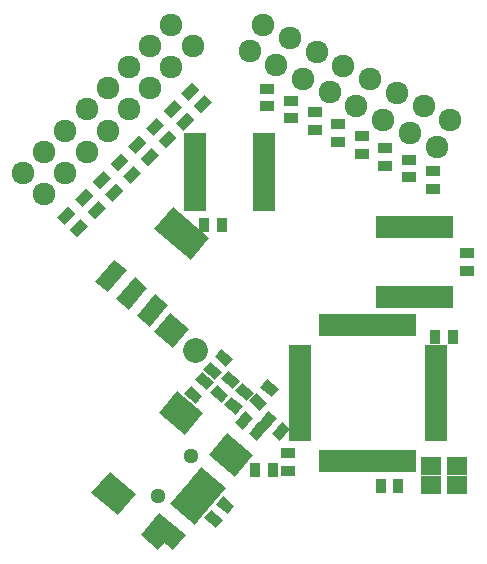
<source format=gts>
G04 #@! TF.FileFunction,Soldermask,Top*
%FSLAX46Y46*%
G04 Gerber Fmt 4.6, Leading zero omitted, Abs format (unit mm)*
G04 Created by KiCad (PCBNEW 4.0.2+dfsg1-stable) date Tue 19 Jul 2016 04:40:27 PM CEST*
%MOMM*%
G01*
G04 APERTURE LIST*
%ADD10C,0.100000*%
%ADD11C,1.299160*%
%ADD12R,1.900000X0.750000*%
%ADD13R,0.750000X1.900000*%
%ADD14C,2.127200*%
%ADD15C,1.924000*%
%ADD16R,1.900000X0.700000*%
%ADD17R,0.700000X1.900000*%
%ADD18R,1.300000X0.900000*%
%ADD19R,1.800000X1.550000*%
%ADD20R,0.900000X1.300000*%
G04 APERTURE END LIST*
D10*
G36*
X838358Y-30437046D02*
X1866818Y-29211375D01*
X4087856Y-31075048D01*
X3059396Y-32300719D01*
X838358Y-30437046D01*
X838358Y-30437046D01*
G37*
G36*
X4846910Y-25968060D02*
X5425663Y-25278329D01*
X7494932Y-27014652D01*
X6916179Y-27704383D01*
X4846910Y-25968060D01*
X4846910Y-25968060D01*
G37*
G36*
X4332616Y-26580972D02*
X4911369Y-25891241D01*
X6980638Y-27627564D01*
X6401885Y-28317295D01*
X4332616Y-26580972D01*
X4332616Y-26580972D01*
G37*
G36*
X3818321Y-27193884D02*
X4397074Y-26504153D01*
X6466343Y-28240476D01*
X5887590Y-28930207D01*
X3818321Y-27193884D01*
X3818321Y-27193884D01*
G37*
G36*
X3304027Y-27806796D02*
X3882780Y-27117065D01*
X5952049Y-28853388D01*
X5373296Y-29543119D01*
X3304027Y-27806796D01*
X3304027Y-27806796D01*
G37*
G36*
X2789733Y-28419708D02*
X3368486Y-27729977D01*
X5437755Y-29466300D01*
X4859002Y-30156031D01*
X2789733Y-28419708D01*
X2789733Y-28419708D01*
G37*
G36*
X6045367Y-24231573D02*
X7587402Y-22393848D01*
X9808441Y-24257521D01*
X8266406Y-26095246D01*
X6045367Y-24231573D01*
X6045367Y-24231573D01*
G37*
G36*
X1832812Y-20696819D02*
X3374847Y-18859094D01*
X5595886Y-20722767D01*
X4053851Y-22560492D01*
X1832812Y-20696819D01*
X1832812Y-20696819D01*
G37*
G36*
X323883Y-31049676D02*
X1866573Y-29211169D01*
X3322057Y-30432466D01*
X1779367Y-32270973D01*
X323883Y-31049676D01*
X323883Y-31049676D01*
G37*
G36*
X-3888100Y-27514737D02*
X-2346065Y-25677012D01*
X-125026Y-27540685D01*
X-1667061Y-29378410D01*
X-3888100Y-27514737D01*
X-3888100Y-27514737D01*
G37*
D11*
X4565729Y-24361926D03*
X1737926Y-27731970D03*
D12*
X10750000Y-3225000D03*
X10750000Y-2575000D03*
X10750000Y-1925000D03*
X10750000Y-1275000D03*
X10750000Y-625000D03*
X10750000Y25000D03*
X10750000Y675000D03*
X10750000Y1325000D03*
X10750000Y1975000D03*
X10750000Y2625000D03*
X4850000Y2625000D03*
X4850000Y1975000D03*
X4850000Y1325000D03*
X4850000Y675000D03*
X4850000Y25000D03*
X4850000Y-625000D03*
X4850000Y-1275000D03*
X4850000Y-1925000D03*
X4850000Y-2575000D03*
X4850000Y-3225000D03*
D13*
X20575000Y-10850000D03*
X21225000Y-10850000D03*
X21875000Y-10850000D03*
X22525000Y-10850000D03*
X23175000Y-10850000D03*
X23825000Y-10850000D03*
X24475000Y-10850000D03*
X25125000Y-10850000D03*
X25775000Y-10850000D03*
X26425000Y-10850000D03*
X26425000Y-4950000D03*
X25775000Y-4950000D03*
X25125000Y-4950000D03*
X24475000Y-4950000D03*
X23825000Y-4950000D03*
X23175000Y-4950000D03*
X22525000Y-4950000D03*
X21875000Y-4950000D03*
X21225000Y-4950000D03*
X20575000Y-4950000D03*
D10*
G36*
X1401566Y-13831096D02*
X2768904Y-12201566D01*
X4398434Y-13568904D01*
X3031096Y-15198434D01*
X1401566Y-13831096D01*
X1401566Y-13831096D01*
G37*
D14*
X4845753Y-15332681D02*
X4845753Y-15332681D01*
D15*
X-7888154Y-2184205D03*
X-9684205Y-388154D03*
X-6092102Y-388154D03*
X-7888154Y1407898D03*
X-4296051Y1407898D03*
X-6092102Y3203949D03*
X-2500000Y3203949D03*
X-4296051Y5000000D03*
X-703949Y5000000D03*
X-2500000Y6796051D03*
X1092102Y6796051D03*
X-703949Y8592102D03*
X2888154Y8592102D03*
X1092102Y10388154D03*
X4684205Y10388154D03*
X2888154Y12184205D03*
X9502384Y9904397D03*
X10655520Y12167554D03*
X11765541Y8751261D03*
X12918677Y11014418D03*
X14028697Y7598126D03*
X15181833Y9861282D03*
X16291854Y6444990D03*
X17444990Y8708146D03*
X18555010Y5291854D03*
X19708146Y7555010D03*
X20818167Y4138718D03*
X21971303Y6401874D03*
X23081323Y2985582D03*
X24234459Y5248739D03*
X25344480Y1832446D03*
X26497616Y4095603D03*
D16*
X13750000Y-15250000D03*
X13750000Y-15750000D03*
X13750000Y-16250000D03*
X13750000Y-16750000D03*
X13750000Y-17250000D03*
X13750000Y-17750000D03*
X13750000Y-18250000D03*
X13750000Y-18750000D03*
X13750000Y-19250000D03*
X13750000Y-19750000D03*
X13750000Y-20250000D03*
X13750000Y-20750000D03*
X13750000Y-21250000D03*
X13750000Y-21750000D03*
X13750000Y-22250000D03*
X13750000Y-22750000D03*
D17*
X15750000Y-24750000D03*
X16250000Y-24750000D03*
X16750000Y-24750000D03*
X17250000Y-24750000D03*
X17750000Y-24750000D03*
X18250000Y-24750000D03*
X18750000Y-24750000D03*
X19250000Y-24750000D03*
X19750000Y-24750000D03*
X20250000Y-24750000D03*
X20750000Y-24750000D03*
X21250000Y-24750000D03*
X21750000Y-24750000D03*
X22250000Y-24750000D03*
X22750000Y-24750000D03*
X23250000Y-24750000D03*
D16*
X25250000Y-22750000D03*
X25250000Y-22250000D03*
X25250000Y-21750000D03*
X25250000Y-21250000D03*
X25250000Y-20750000D03*
X25250000Y-20250000D03*
X25250000Y-19750000D03*
X25250000Y-19250000D03*
X25250000Y-18750000D03*
X25250000Y-18250000D03*
X25250000Y-17750000D03*
X25250000Y-17250000D03*
X25250000Y-16750000D03*
X25250000Y-16250000D03*
X25250000Y-15750000D03*
X25250000Y-15250000D03*
D17*
X23250000Y-13250000D03*
X22750000Y-13250000D03*
X22250000Y-13250000D03*
X21750000Y-13250000D03*
X21250000Y-13250000D03*
X20750000Y-13250000D03*
X20250000Y-13250000D03*
X19750000Y-13250000D03*
X19250000Y-13250000D03*
X18750000Y-13250000D03*
X18250000Y-13250000D03*
X17750000Y-13250000D03*
X17250000Y-13250000D03*
X16750000Y-13250000D03*
X16250000Y-13250000D03*
X15750000Y-13250000D03*
D10*
G36*
X-6808147Y-4111091D02*
X-5888909Y-3191853D01*
X-5252513Y-3828249D01*
X-6171751Y-4747487D01*
X-6808147Y-4111091D01*
X-6808147Y-4111091D01*
G37*
G36*
X-5747487Y-5171751D02*
X-4828249Y-4252513D01*
X-4191853Y-4888909D01*
X-5111091Y-5808147D01*
X-5747487Y-5171751D01*
X-5747487Y-5171751D01*
G37*
G36*
X-5308147Y-2611091D02*
X-4388909Y-1691853D01*
X-3752513Y-2328249D01*
X-4671751Y-3247487D01*
X-5308147Y-2611091D01*
X-5308147Y-2611091D01*
G37*
G36*
X-4247487Y-3671751D02*
X-3328249Y-2752513D01*
X-2691853Y-3388909D01*
X-3611091Y-4308147D01*
X-4247487Y-3671751D01*
X-4247487Y-3671751D01*
G37*
G36*
X-3808147Y-1111091D02*
X-2888909Y-191853D01*
X-2252513Y-828249D01*
X-3171751Y-1747487D01*
X-3808147Y-1111091D01*
X-3808147Y-1111091D01*
G37*
G36*
X-2747487Y-2171751D02*
X-1828249Y-1252513D01*
X-1191853Y-1888909D01*
X-2111091Y-2808147D01*
X-2747487Y-2171751D01*
X-2747487Y-2171751D01*
G37*
G36*
X-2308147Y388909D02*
X-1388909Y1308147D01*
X-752513Y671751D01*
X-1671751Y-247487D01*
X-2308147Y388909D01*
X-2308147Y388909D01*
G37*
G36*
X-1247487Y-671751D02*
X-328249Y247487D01*
X308147Y-388909D01*
X-611091Y-1308147D01*
X-1247487Y-671751D01*
X-1247487Y-671751D01*
G37*
G36*
X-808147Y1888909D02*
X111091Y2808147D01*
X747487Y2171751D01*
X-171751Y1252513D01*
X-808147Y1888909D01*
X-808147Y1888909D01*
G37*
G36*
X252513Y828249D02*
X1171751Y1747487D01*
X1808147Y1111091D01*
X888909Y191853D01*
X252513Y828249D01*
X252513Y828249D01*
G37*
G36*
X691853Y3388909D02*
X1611091Y4308147D01*
X2247487Y3671751D01*
X1328249Y2752513D01*
X691853Y3388909D01*
X691853Y3388909D01*
G37*
G36*
X1752513Y2328249D02*
X2671751Y3247487D01*
X3308147Y2611091D01*
X2388909Y1691853D01*
X1752513Y2328249D01*
X1752513Y2328249D01*
G37*
G36*
X2191853Y4888909D02*
X3111091Y5808147D01*
X3747487Y5171751D01*
X2828249Y4252513D01*
X2191853Y4888909D01*
X2191853Y4888909D01*
G37*
G36*
X3252513Y3828249D02*
X4171751Y4747487D01*
X4808147Y4111091D01*
X3888909Y3191853D01*
X3252513Y3828249D01*
X3252513Y3828249D01*
G37*
G36*
X3691853Y6388909D02*
X4611091Y7308147D01*
X5247487Y6671751D01*
X4328249Y5752513D01*
X3691853Y6388909D01*
X3691853Y6388909D01*
G37*
G36*
X4752513Y5328249D02*
X5671751Y6247487D01*
X6308147Y5611091D01*
X5388909Y4691853D01*
X4752513Y5328249D01*
X4752513Y5328249D01*
G37*
D18*
X11000000Y6750000D03*
X11000000Y5250000D03*
X13000000Y5750000D03*
X13000000Y4250000D03*
X15000000Y4750000D03*
X15000000Y3250000D03*
X17000000Y3750000D03*
X17000000Y2250000D03*
X19000000Y2750000D03*
X19000000Y1250000D03*
X21000000Y1750000D03*
X21000000Y250000D03*
X23000000Y750000D03*
X23000000Y-750000D03*
X25000000Y-250000D03*
X25000000Y-1750000D03*
D19*
X24900000Y-26800000D03*
X27100000Y-26800000D03*
X27100000Y-25200000D03*
X24900000Y-25200000D03*
D18*
X12750000Y-24100000D03*
X12750000Y-25600000D03*
D10*
G36*
X4926583Y-19937065D02*
X3930726Y-19101441D01*
X4509235Y-18412001D01*
X5505092Y-19247625D01*
X4926583Y-19937065D01*
X4926583Y-19937065D01*
G37*
G36*
X5890765Y-18787999D02*
X4894908Y-17952375D01*
X5473417Y-17262935D01*
X6469274Y-18098559D01*
X5890765Y-18787999D01*
X5890765Y-18787999D01*
G37*
G36*
X7673417Y-17162935D02*
X8669274Y-17998559D01*
X8090765Y-18687999D01*
X7094908Y-17852375D01*
X7673417Y-17162935D01*
X7673417Y-17162935D01*
G37*
G36*
X6709235Y-18312001D02*
X7705092Y-19147625D01*
X7126583Y-19837065D01*
X6130726Y-19001441D01*
X6709235Y-18312001D01*
X6709235Y-18312001D01*
G37*
G36*
X8873417Y-18162935D02*
X9869274Y-18998559D01*
X9290765Y-19687999D01*
X8294908Y-18852375D01*
X8873417Y-18162935D01*
X8873417Y-18162935D01*
G37*
G36*
X7909235Y-19312001D02*
X8905092Y-20147625D01*
X8326583Y-20837065D01*
X7330726Y-20001441D01*
X7909235Y-19312001D01*
X7909235Y-19312001D01*
G37*
G36*
X10973417Y-17862935D02*
X11969274Y-18698559D01*
X11390765Y-19387999D01*
X10394908Y-18552375D01*
X10973417Y-17862935D01*
X10973417Y-17862935D01*
G37*
G36*
X10009235Y-19012001D02*
X11005092Y-19847625D01*
X10426583Y-20537065D01*
X9430726Y-19701441D01*
X10009235Y-19012001D01*
X10009235Y-19012001D01*
G37*
G36*
X10937065Y-22073417D02*
X10101441Y-23069274D01*
X9412001Y-22490765D01*
X10247625Y-21494908D01*
X10937065Y-22073417D01*
X10937065Y-22073417D01*
G37*
G36*
X9787999Y-21109235D02*
X8952375Y-22105092D01*
X8262935Y-21526583D01*
X9098559Y-20530726D01*
X9787999Y-21109235D01*
X9787999Y-21109235D01*
G37*
G36*
X12937065Y-22073417D02*
X12101441Y-23069274D01*
X11412001Y-22490765D01*
X12247625Y-21494908D01*
X12937065Y-22073417D01*
X12937065Y-22073417D01*
G37*
G36*
X11787999Y-21109235D02*
X10952375Y-22105092D01*
X10262935Y-21526583D01*
X11098559Y-20530726D01*
X11787999Y-21109235D01*
X11787999Y-21109235D01*
G37*
G36*
X1436704Y-5147944D02*
X2999964Y-3284923D01*
X6108266Y-5893098D01*
X4545006Y-7756119D01*
X1436704Y-5147944D01*
X1436704Y-5147944D01*
G37*
G36*
X-1796474Y-11055895D02*
X-233215Y-9192875D01*
X851504Y-10103063D01*
X-711755Y-11966083D01*
X-1796474Y-11055895D01*
X-1796474Y-11055895D01*
G37*
G36*
X-45296Y-12525307D02*
X1517963Y-10662287D01*
X2602682Y-11572475D01*
X1039423Y-13435495D01*
X-45296Y-12525307D01*
X-45296Y-12525307D01*
G37*
G36*
X-3547651Y-9586482D02*
X-1984392Y-7723462D01*
X-899673Y-8633650D01*
X-2462932Y-10496670D01*
X-3547651Y-9586482D01*
X-3547651Y-9586482D01*
G37*
D20*
X9950000Y-25500000D03*
X11450000Y-25500000D03*
X25200000Y-14250000D03*
X26700000Y-14250000D03*
D10*
G36*
X7123417Y-15262935D02*
X8119274Y-16098559D01*
X7540765Y-16787999D01*
X6544908Y-15952375D01*
X7123417Y-15262935D01*
X7123417Y-15262935D01*
G37*
G36*
X6159235Y-16412001D02*
X7155092Y-17247625D01*
X6576583Y-17937065D01*
X5580726Y-17101441D01*
X6159235Y-16412001D01*
X6159235Y-16412001D01*
G37*
G36*
X7223417Y-27762935D02*
X8219274Y-28598559D01*
X7640765Y-29287999D01*
X6644908Y-28452375D01*
X7223417Y-27762935D01*
X7223417Y-27762935D01*
G37*
G36*
X6259235Y-28912001D02*
X7255092Y-29747625D01*
X6676583Y-30437065D01*
X5680726Y-29601441D01*
X6259235Y-28912001D01*
X6259235Y-28912001D01*
G37*
D18*
X27950000Y-8650000D03*
X27950000Y-7150000D03*
D20*
X5650000Y-4750000D03*
X7150000Y-4750000D03*
X20600000Y-26900000D03*
X22100000Y-26900000D03*
M02*

</source>
